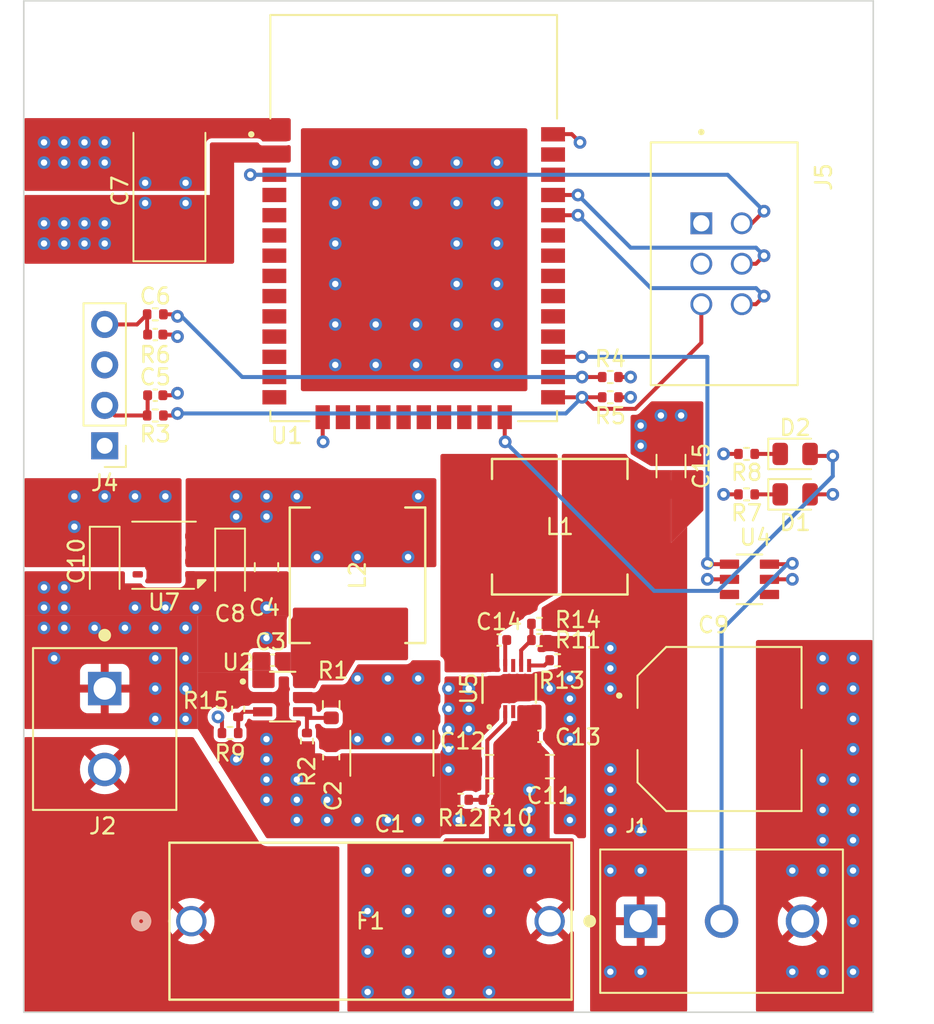
<source format=kicad_pcb>
(kicad_pcb (version 20240108) (generator "pcbnew") (generator_version "8.0")
  (layers (0 "F.Cu" signal) (1 "In1.Cu" signal) (2 "In2.Cu" signal) (31 "B.Cu" signal) (34 "B.Paste" user) (35 "F.Paste" user) (36 "B.SilkS" user "B.Silkscreen") (37 "F.SilkS" user "F.Silkscreen") (38 "B.Mask" user) (39 "F.Mask" user) (44 "Edge.Cuts" user))
  (net 0 "")
  (net 1 "GND")
  (net 2 "+36V")
  (net 3 "+5V")
  (net 4 "BUTT1")
  (net 5 "BUTT2")
  (net 6 "+3.3V")
  (net 7 "+24V")
  (net 8 "Net-(C14-Pad2)")
  (net 9 "Net-(U5-BOOT)")
  (net 10 "Net-(D1-K)")
  (net 11 "ESP_IO2")
  (net 12 "Net-(D2-K)")
  (net 13 "/BATT_IN")
  (net 14 "LED_DATA")
  (net 15 "ESP_IO0")
  (net 16 "ESP_TXD")
  (net 17 "ESP_EN")
  (net 18 "ESP_RXD")
  (net 19 "Net-(U2-EN)")
  (net 20 "ESP_IO4")
  (net 21 "Net-(U5-EN)")
  (net 22 "Net-(U5-FB)")
  (net 23 "Net-(U5-RT{slash}SYNC)")
  (net 28 "ESP_IO16")
  (net 50 "Net-(U2-CB)")
  (net 51 "Net-(U2-SW)")
  (net 52 "Net-(U2-FB)")
  (footprint "LED_SMD:LED_0805_2012Metric" (layer "F.Cu") (at 101.7755 74.168)
    (property "Reference" "D1")
    (property "Value" "RED")
  )
  (footprint "Resistor_SMD:R_0402_1005Metric" (layer "F.Cu") (at 85.725 82.296 180)
    (property "Reference" "R14")
    (property "Value" "232k")
  )
  (footprint "Capacitor_SMD:C_0402_1005Metric" (layer "F.Cu") (at 61.595 67.945)
    (property "Reference" "C5")
    (property "Value" "0.1uF")
  )
  (footprint "footprints2:WSON12_DRR_TEX" (layer "F.Cu") (at 83.82 86.36 90)
    (property "Reference" "U5")
    (property "Value" "LMR38025SQDRRRQ1")
  )
  (footprint "KiCad stuff:TE_1761681-1" (layer "F.Cu") (at 95.885 57.15 -90)
    (property "Reference" "J5")
    (property "Value" "Conn_02x03_Counter_Clockwise")
  )
  (footprint "Resistor_SMD:R_0402_1005Metric" (layer "F.Cu") (at 85.725 83.312)
    (property "Reference" "R11")
    (property "Value" "10k")
  )
  (footprint "LED_SMD:LED_0805_2012Metric" (layer "F.Cu") (at 101.7755 71.628)
    (property "Reference" "D2")
    (property "Value" "BLUE")
  )
  (footprint "KiCad stuff:SOT95P280X145-6N" (layer "F.Cu") (at 98.9076 79.502)
    (property "Reference" "U4")
    (property "Value" "74LVC2G17")
  )
  (footprint "Resistor_SMD:R_0603_1608Metric" (layer "F.Cu") (at 72.644 87.376 -90)
    (property "Reference" "R1")
    (property "Value" "4.02M")
  )
  (footprint "Resistor_SMD:R_0402_1005Metric" (layer "F.Cu") (at 86.868 84.582)
    (property "Reference" "R13")
    (property "Value" "11.5k")
  )
  (footprint "Capacitor_SMD:C_0805_2012Metric" (layer "F.Cu") (at 86.379685 91.2622)
    (property "Reference" "C11")
    (property "Value" "2.2uF")
  )
  (footprint "Resistor_SMD:R_0402_1005Metric" (layer "F.Cu") (at 82.675 93.345 180)
    (property "Reference" "R10")
    (property "Value" "2.1M")
  )
  (footprint "Connector_PinHeader_2.54mm:PinHeader_1x04_P2.54mm_Vertical" (layer "F.Cu") (at 58.42 71.12 180)
    (property "Reference" "J4")
    (property "Value" "Conn_01x04_Pin")
  )
  (footprint "Capacitor_SMD:C_0402_1005Metric" (layer "F.Cu") (at 68.961 84.582)
    (property "Reference" "C3")
    (property "Value" "0.1uF")
  )
  (footprint "KiCad stuff:SOT95P280X145-6N" (layer "F.Cu") (at 69.596 86.868)
    (property "Reference" "U2")
    (property "Value" "LMR51610XDBVR")
  )
  (footprint "Resistor_SMD:R_0402_1005Metric" (layer "F.Cu") (at 61.595 69.215 180)
    (property "Reference" "R3")
    (property "Value" "470")
  )
  (footprint "Resistor_SMD:R_0402_1005Metric" (layer "F.Cu") (at 66.294 89.154)
    (property "Reference" "R9")
    (property "Value" "100k")
  )
  (footprint "KiCad stuff:TE_282841-3" (layer "F.Cu") (at 97.155 100.965)
    (property "Reference" "J1")
    (property "Value" "Screw_Terminal_01x03")
  )
  (footprint "KiCad stuff:CAP_EEEFT1C102AP" (layer "F.Cu") (at 97.028 88.9)
    (property "Reference" "C9")
    (property "Value" "1000uF")
  )
  (footprint "Resistor_SMD:R_0402_1005Metric" (layer "F.Cu") (at 71.12 89.662 -90)
    (property "Reference" "R2")
    (property "Value" "200k")
  )
  (footprint "Resistor_SMD:R_0402_1005Metric" (layer "F.Cu") (at 61.595 62.865 180)
    (property "Reference" "R6")
    (property "Value" "470")
  )
  (footprint "KiCad stuff:XCVR_ESP32-WROOM-32E__16MB_" (layer "F.Cu") (at 77.824 56.822)
    (property "Reference" "U1")
    (property "Value" "ESP32-WROOM-32E__16MB_")
  )
  (footprint "Resistor_SMD:R_0402_1005Metric" (layer "F.Cu") (at 66.802 87.63 90)
    (property "Reference" "R15")
    (property "Value" "19.1k")
  )
  (footprint "KiCad stuff:IND_IHLP-3232DZ_VIS" (layer "F.Cu") (at 74.295 79.248 90)
    (property "Reference" "L2")
    (property "Value" "33uH")
  )
  (footprint "KiCad stuff:FUSE_65600001009_LTF" (layer "F.Cu") (at 63.86 100.965)
    (property "Reference" "F1")
    (property "Value" "1.25A")
  )
  (footprint "Capacitor_SMD:C_0805_2012Metric" (layer "F.Cu") (at 68.58 78.74 90)
    (property "Reference" "C4")
    (property "Value" "22uF")
  )
  (footprint "Capacitor_SMD:C_1206_3216Metric" (layer "F.Cu") (at 93.98 72.39 90)
    (property "Reference" "C15")
    (property "Value" "4.7uF")
  )
  (footprint "Package_SON:WSON-8-1EP_4x4mm_P0.8mm_EP2.2x3mm" (layer "F.Cu") (at 62.145 77.99 180)
    (property "Reference" "U7")
    (property "Value" "LM1117LD-3.3")
  )
  (footprint "Resistor_SMD:R_0402_1005Metric" (layer "F.Cu") (at 90.17 68.072 180)
    (property "Reference" "R5")
    (property "Value" "10K")
  )
  (footprint "Capacitor_SMD:C_0603_1608Metric" (layer "F.Cu") (at 72.644 90.678 -90)
    (property "Reference" "C2")
    (property "Value" "0.1uF")
  )
  (footprint "Capacitor_SMD:C_0402_1005Metric" (layer "F.Cu") (at 83.185 83.312 180)
    (property "Reference" "C14")
    (property "Value" "0.1uF")
  )
  (footprint "KiCad stuff:TE_282841-2" (layer "F.Cu") (at 58.42 88.9 -90)
    (property "Reference" "J2")
    (property "Value" "Screw_Terminal_01x02")
  )
  (footprint "Capacitor_SMD:C_0805_2012Metric" (layer "F.Cu") (at 82.569685 91.2622 180)
    (property "Reference" "C12")
    (property "Value" "2.2uF")
  )
  (footprint "Capacitor_Tantalum_SMD:CP_EIA-7343-31_Kemet-D" (layer "F.Cu") (at 62.484 55.118 90)
    (property "Reference" "C7")
    (property "Value" "100uF")
  )
  (footprint "KiCad stuff:IND_IHLP-3232DZ_VIS" (layer "F.Cu") (at 86.995 76.2)
    (property "Reference" "L1")
    (property "Value" "10uH")
  )
  (footprint "Capacitor_SMD:C_0402_1005Metric" (layer "F.Cu") (at 85.744685 89.3572)
    (property "Reference" "C13")
    (property "Value" "0.1uF")
  )
  (footprint "Resistor_SMD:R_0402_1005Metric" (layer "F.Cu") (at 80.77 93.345 180)
    (property "Reference" "R12")
    (property "Value" "100k")
  )
  (footprint "Resistor_SMD:R_0402_1005Metric" (layer "F.Cu") (at 98.7255 74.168 180)
    (property "Reference" "R7")
    (property "Value" "1K")
  )
  (footprint "Capacitor_SMD:C_0402_1005Metric" (layer "F.Cu") (at 61.595 64.135)
    (property "Reference" "C6")
    (property "Value" "0.1uF")
  )
  (footprint "Capacitor_Tantalum_SMD:CP_EIA-3216-18_Kemet-A" (layer "F.Cu") (at 66.294 78.625 -90)
    (property "Reference" "C8")
    (property "Value" "10uF")
  )
  (footprint "Capacitor_SMD:C_2220_5750Metric" (layer "F.Cu") (at 76.454 90.424 -90)
    (property "Reference" "C1")
    (property "Value" "4.7uF")
  )
  (footprint "Capacitor_Tantalum_SMD:CP_EIA-3216-18_Kemet-A" (layer "F.Cu") (at 58.42 78.51 -90)
    (property "Reference" "C10")
    (property "Value" "10uF")
  )
  (footprint "Resistor_SMD:R_0402_1005Metric" (layer "F.Cu") (at 90.17 66.802 180)
    (property "Reference" "R4")
    (property "Value" "10K")
  )
  (footprint "Resistor_SMD:R_0402_1005Metric" (layer "F.Cu") (at 98.7255 71.628 180)
    (property "Reference" "R8")
    (property "Value" "470")
  )
  (gr_rect (start 53.34 43.18) (end 106.68 106.68) (stroke (width 0.1)) (fill none) (layer "Edge.Cuts"))
  (segment (start 86.57 51.55) (end 87.745 51.55) (width 0.25) (layer "F.Cu") (net 1))
  (segment (start 62.865 67.945) (end 62.992 67.818) (width 0.25) (layer "F.Cu") (net 1))
  (segment (start 62.075 67.945) (end 62.865 67.945) (width 0.25) (layer "F.Cu") (net 1))
  (segment (start 72.109 70.839) (end 72.136 70.866) (width 0.25) (layer "F.Cu") (net 1))
  (segment (start 97.79 79.502) (end 96.266 79.502) (width 0.25) (layer "F.Cu") (net 1))
  (segment (start 62.075 64.135) (end 62.865 64.135) (width 0.25) (layer "F.Cu") (net 1))
  (segment (start 98.2155 71.628) (end 97.282 71.628) (width 0.25) (layer "F.Cu") (net 1))
  (segment (start 98.2155 74.168) (end 97.282 74.168) (width 0.25) (layer "F.Cu") (net 1))
  (segment (start 62.865 64.135) (end 62.992 64.262) (width 0.25) (layer "F.Cu") (net 1))
  (segment (start 72.109 69.346) (end 72.109 70.839) (width 0.25) (layer "F.Cu") (net 1))
  (segment (start 87.745 51.55) (end 88.265 52.07) (width 0.25) (layer "F.Cu") (net 1))
  (via (at 76.2 94.615) (size 0.8) (drill 0.4) (layers "F.Cu" "B.Cu") (net 1))
  (via (at 68.58 93.345) (size 0.8) (drill 0.4) (layers "F.Cu" "B.Cu") (net 1))
  (via (at 105.41 84.455) (size 0.8) (drill 0.4) (layers "F.Cu" "B.Cu") (net 1))
  (via (at 105.41 86.36) (size 0.8) (drill 0.4) (layers "F.Cu" "B.Cu") (net 1))
  (via (at 61.595 86.36) (size 0.8) (drill 0.4) (layers "F.Cu" "B.Cu") (net 1))
  (via (at 72.898 63.5) (size 0.8) (drill 0.4) (layers "F.Cu" "B.Cu") (net 1))
  (via (at 80.518 58.42) (size 0.8) (drill 0.4) (layers "F.Cu" "B.Cu") (net 1))
  (via (at 86.36 86.36) (size 0.8) (drill 0.4) (layers "F.Cu" "B.Cu") (net 1))
  (via (at 62.992 67.818) (size 0.8) (drill 0.4) (layers "F.Cu" "B.Cu") (net 1))
  (via (at 58.42 53.34) (size 0.8) (drill 0.4) (layers "F.Cu" "B.Cu") (net 1))
  (via (at 80.01 90.17) (size 0.8) (drill 0.4) (layers "F.Cu" "B.Cu") (net 1))
  (via (at 105.41 100.965) (size 0.8) (drill 0.4) (layers "F.Cu" "B.Cu") (net 1))
  (via (at 80.01 91.44) (size 0.8) (drill 0.4) (layers "F.Cu" "B.Cu") (net 1))
  (via (at 72.898 55.88) (size 0.8) (drill 0.4) (layers "F.Cu" "B.Cu") (net 1))
  (via (at 83.058 63.5) (size 0.8) (drill 0.4) (layers "F.Cu" "B.Cu") (net 1))
  (via (at 68.58 89.535) (size 0.8) (drill 0.4) (layers "F.Cu" "B.Cu") (net 1))
  (via (at 61.595 88.265) (size 0.8) (drill 0.4) (layers "F.Cu" "B.Cu") (net 1))
  (via (at 80.518 55.88) (size 0.8) (drill 0.4) (layers "F.Cu" "B.Cu") (net 1))
  (via (at 103.505 92.075) (size 0.8) (drill 0.4) (layers "F.Cu" "B.Cu") (net 1))
  (via (at 72.136 70.866) (size 0.8) (drill 0.4) (layers "F.Cu" "B.Cu") (net 1))
  (via (at 57.15 53.34) (size 0.8) (drill 0.4) (layers "F.Cu" "B.Cu") (net 1))
  (via (at 55.88 52.07) (size 0.8) (drill 0.4) (layers "F.Cu" "B.Cu") (net 1))
  (via (at 92.075 71.12) (size 0.8) (drill 0.4) (layers "F.Cu" "B.Cu") (net 1))
  (via (at 72.39 94.615) (size 0.8) (drill 0.4) (layers "F.Cu" "B.Cu") (net 1))
  (via (at 77.978 55.88) (size 0.8) (drill 0.4) (layers "F.Cu" "B.Cu") (net 1))
  (via (at 105.41 90.17) (size 0.8) (drill 0.4) (layers "F.Cu" "B.Cu") (net 1))
  (via (at 60.325 81.28) (size 0.8) (drill 0.4) (layers "F.Cu" "B.Cu") (net 1))
  (via (at 88.265 52.07) (size 0.8) (drill 0.4) (layers "F.Cu" "B.Cu") (net 1))
  (via (at 55.88 81.28) (size 0.8) (drill 0.4) (layers "F.Cu" "B.Cu") (net 1))
  (via (at 92.075 69.85) (size 0.8) (drill 0.4) (layers "F.Cu" "B.Cu") (net 1))
  (via (at 80.01 87.63) (size 0.8) (drill 0.4) (layers "F.Cu" "B.Cu") (net 1))
  (via (at 80.01 86.36) (size 0.8) (drill 0.4) (layers "F.Cu" "B.Cu") (net 1))
  (via (at 55.88 53.34) (size 0.8) (drill 0.4) (layers "F.Cu" "B.Cu") (net 1))
  (via (at 54.61 53.34) (size 0.8) (drill 0.4) (layers "F.Cu" "B.Cu") (net 1))
  (via (at 63.5 84.455) (size 0.8) (drill 0.4) (layers "F.Cu" "B.Cu") (net 1))
  (via (at 63.5 86.36) (size 0.8) (drill 0.4) (layers "F.Cu" "B.Cu") (net 1))
  (via (at 74.295 94.615) (size 0.8) (drill 0.4) (layers "F.Cu" "B.Cu") (net 1))
  (via (at 68.58 90.805) (size 0.8) (drill 0.4) (layers "F.Cu" "B.Cu") (net 1))
  (via (at 83.058 66.04) (size 0.8) (drill 0.4) (layers "F.Cu" "B.Cu") (net 1))
  (via (at 80.518 53.34) (size 0.8) (drill 0.4) (layers "F.Cu" "B.Cu") (net 1))
  (via (at 105.41 88.265) (size 0.8) (drill 0.4) (layers "F.Cu" "B.Cu") (net 1))
  (via (at 55.245 84.455) (size 0.8) (drill 0.4) (layers "F.Cu" "B.Cu") (net 1))
  (via (at 72.898 60.96) (size 0.8) (drill 0.4) (layers "F.Cu" "B.Cu") (net 1))
  (via (at 93.345 69.215) (size 0.8) (drill 0.4) (layers "F.Cu" "B.Cu") (net 1))
  (via (at 54.61 80.01) (size 0.8) (drill 0.4) (layers "F.Cu" "B.Cu") (net 1))
  (via (at 87.63 85.725) (size 0.8) (drill 0.4) (layers "F.Cu" "B.Cu") (net 1))
  (via (at 72.898 58.42) (size 0.8) (drill 0.4) (layers "F.Cu" "B.Cu") (net 1))
  (via (at 55.88 80.01) (size 0.8) (drill 0.4) (layers "F.Cu" "B.Cu") (net 1))
  (via (at 87.63 93.345) (size 0.8) (drill 0.4) (layers "F.Cu" "B.Cu") (net 1))
  (via (at 105.41 104.14) (size 0.8) (drill 0.4) (layers "F.Cu" "B.Cu") (net 1))
  (via (at 62.992 64.262) (size 0.8) (drill 0.4) (layers "F.Cu" "B.Cu") (net 1))
  (via (at 54.61 81.28) (size 0.8) (drill 0.4) (layers "F.Cu" "B.Cu") (net 1))
  (via (at 75.438 55.88) (size 0.8) (drill 0.4) (layers "F.Cu" "B.Cu") (net 1))
  (via (at 103.505 84.455) (size 0.8) (drill 0.4) (layers "F.Cu" "B.Cu") (net 1))
  (via (at 58.42 52.07) (size 0.8) (drill 0.4) (layers "F.Cu" "B.Cu") (net 1))
  (via (at 68.58 81.28) (size 0.8) (drill 0.4) (layers "F.Cu" "B.Cu") (net 1))
  (via (at 61.595 82.55) (size 0.8) (drill 0.4) (layers "F.Cu" "B.Cu") (net 1))
  (via (at 83.058 55.88) (size 0.8) (drill 0.4) (layers "F.Cu" "B.Cu") (net 1))
  (via (at 72.898 66.04) (size 0.8) (drill 0.4) (layers "F.Cu" "B.Cu") (net 1))
  (via (at 57.785 82.55) (size 0.8) (drill 0.4) (layers "F.Cu" "B.Cu") (net 1))
  (via (at 75.438 63.5) (size 0.8) (drill 0.4) (layers "F.Cu" "B.Cu") (net 1))
  (via (at 62.23 81.28) (size 0.8) (drill 0.4) (layers "F.Cu" "B.Cu") (net 1))
  (via (at 81.28 86.36) (size 0.8) (drill 0.4) (layers "F.Cu" "B.Cu") (net 1))
  (via (at 80.645 94.615) (size 0.8) (drill 0.4) (layers "F.Cu" "B.Cu") (net 1))
  (via (at 103.505 86.36) (size 0.8) (drill 0.4) (layers "F.Cu" "B.Cu") (net 1))
  (via (at 87.63 86.995) (size 0.8) (drill 0.4) (layers "F.Cu" "B.Cu") (net 1))
  (via (at 103.505 93.98) (size 0.8) (drill 0.4) (layers "F.Cu" "B.Cu") (net 1))
  (via (at 80.518 60.96) (size 0.8) (drill 0.4) (layers "F.Cu" "B.Cu") (net 1))
  (via (at 63.5 54.61) (size 0.8) (drill 0.4) (layers "F.Cu" "B.Cu") (net 1))
  (via (at 83.058 60.96) (size 0.8) (drill 0.4) (layers "F.Cu" "B.Cu") (net 1))
  (via (at 64.135 81.28) (size 0.8) (drill 0.4) (layers "F.Cu" "B.Cu") (net 1))
  (via (at 105.41 92.075) (size 0.8) (drill 0.4) (layers "F.Cu" "B.Cu") (net 1))
  (via (at 55.88 82.55) (size 0.8) (drill 0.4) (layers "F.Cu" "B.Cu") (net 1))
  (via (at 78.105 94.615) (size 0.8) (drill 0.4) (layers "F.Cu" "B.Cu") (net 1))
  (via (at 70.485 92.075) (size 0.8) (drill 0.4) (layers "F.Cu" "B.Cu") (net 1))
  (via (at 105.41 95.885) (size 0.8) (drill 0.4) (layers "F.Cu" "B.Cu") (net 1))
  (via (at 87.63 88.265) (size 0.8) (drill 0.4) (layers "F.Cu" "B.Cu") (net 1))
  (via (at 59.69 82.55) (size 0.8) (drill 0.4) (layers "F.Cu" "B.Cu") (net 1))
  (via (at 77.978 53.34) (size 0.8) (drill 0.4) (layers "F.Cu" "B.Cu") (net 1))
  (via (at 77.978 66.04) (size 0.8) (drill 0.4) (layers "F.Cu" "B.Cu") (net 1))
  (via (at 94.615 69.215) (size 0.8) (drill 0.4) (layers "F.Cu" "B.Cu") (net 1))
  (via (at 81.28 87.63) (size 0.8) (drill 0.4) (layers "F.Cu" "B.Cu") (net 1))
  (via (at 105.41 93.98) (size 0.8) (drill 0.4) (layers "F.Cu" "B.Cu") (net 1))
  (via (at 105.41 97.79) (size 0.8) (drill 0.4) (layers "F.Cu" "B.Cu") (net 1))
  (via (at 66.675 90.805) (size 0.8) (drill 0.4) (layers "F.Cu" "B.Cu") (net 1))
  (via (at 72.39 93.345) (size 0.8) (drill 0.4) (layers "F.Cu" "B.Cu") (net 1))
  (via (at 101.6 104.14) (size 0.8) (drill 0.4) (layers "F.Cu" "B.Cu") (net 1))
  (via (at 57.15 52.07) (size 0.8) (drill 0.4) (layers "F.Cu" "B.Cu") (net 1))
  (via (at 72.898 53.34) (size 0.8) (drill 0.4) (layers "F.Cu" "B.Cu") (net 1))
  (via (at 60.96 54.61) (size 0.8) (drill 0.4) (layers "F.Cu" "B.Cu") (net 1))
  (via (at 75.438 66.04) (size 0.8) (drill 0.4) (layers "F.Cu" "B.Cu") (net 1))
  (via (at 80.518 66.04) (size 0.8) (drill 0.4) (layers "F.Cu" "B.Cu") (net 1))
  (via (at 54.61 52.07) (size 0.8) (drill 0.4) (layers "F.Cu" "B.Cu") (net 1))
  (via (at 101.6 97.79) (size 0.8) (drill 0.4) (layers "F.Cu" "B.Cu") (net 1))
  (via (at 103.505 97.79) (size 0.8) (drill 0.4) (layers "F.Cu" "B.Cu") (net 1))
  (via (at 70.485 93.345) (size 0.8) (drill 0.4) (layers "F.Cu" "B.Cu") (net 1))
  (via (at 103.505 104.14) (size 0.8) (drill 0.4) (layers "F.Cu" "B.Cu") (net 1))
  (via (at 97.282 71.628) (size 0.8) (drill 0.4) (layers "F.Cu" "B.Cu") (net 1))
  (via (at 83.058 53.34) (size 0.8) (drill 0.4) (layers "F.Cu" "B.Cu") (net 1))
  (via (at 68.58 92.075) (size 0.8) (drill 0.4) (layers "F.Cu" "B.Cu") (net 1))
  (via (at 80.518 63.5) (size 0.8) (drill 0.4) (layers "F.Cu" "B.Cu") (net 1))
  (via (at 103.505 95.885) (size 0.8) (drill 0.4) (layers "F.Cu" "B.Cu") (net 1))
  (via (at 61.595 84.455) (size 0.8) (drill 0.4) (layers "F.Cu" "B.Cu") (net 1))
  (via (at 54.61 82.55) (size 0.8) (drill 0.4) (layers "F.Cu" "B.Cu") (net 1))
  (via (at 80.01 88.9) (size 0.8) (drill 0.4) (layers "F.Cu" "B.Cu") (net 1))
  (via (at 87.63 94.615) (size 0.8) (drill 0.4) (layers "F.Cu" "B.Cu") (net 1))
  (via (at 97.282 74.168) (size 0.8) (drill 0.4) (layers "F.Cu" "B.Cu") (net 1))
  (via (at 77.978 63.5) (size 0.8) (drill 0.4) (layers "F.Cu" "B.Cu") (net 1))
  (via (at 87.63 89.535) (size 0.8) (drill 0.4) (layers "F.Cu" "B.Cu") (net 1))
  (via (at 75.438 53.34) (size 0.8) (drill 0.4) (layers "F.Cu" "B.Cu") (net 1))
  (via (at 63.5 88.265) (size 0.8) (drill 0.4) (layers "F.Cu" "B.Cu") (net 1))
  (via (at 96.266 79.502) (size 0.8) (drill 0.4) (layers "F.Cu" "B.Cu") (net 1))
  (via (at 81.28 88.9) (size 0.8) (drill 0.4) (layers "F.Cu" "B.Cu") (net 1))
  (via (at 83.058 58.42) (size 0.8) (drill 0.4) (layers "F.Cu" "B.Cu") (net 1))
  (via (at 70.485 94.615) (size 0.8) (drill 0.4) (layers "F.Cu" "B.Cu") (net 1))
  (via (at 68.58 83.185) (size 0.8) (drill 0.4) (layers "F.Cu" "B.Cu") (net 1))
  (via (at 63.5 82.55) (size 0.8) (drill 0.4) (layers "F.Cu" "B.Cu") (net 1))
  (via (at 78.105 89.535) (size 0.8) (drill 0.4) (layers "F.Cu" "B.Cu") (net 2))
  (via (at 80.01 105.41) (size 0.8) (drill 0.4) (layers "F.Cu" "B.Cu") (net 2))
  (via (at 82.55 100.33) (size 0.8) (drill 0.4) (layers "F.Cu" "B.Cu") (net 2))
  (via (at 74.93 102.87) (size 0.8) (drill 0.4) (layers "F.Cu" "B.Cu") (net 2))
  (via (at 74.295 85.725) (size 0.8) (drill 0.4) (layers "F.Cu" "B.Cu") (net 2))
  (via (at 82.55 102.87) (size 0.8) (drill 0.4) (layers "F.Cu" "B.Cu") (net 2))
  (via (at 74.93 100.33) (size 0.8) (drill 0.4) (layers "F.Cu" "B.Cu") (net 2))
  (via (at 76.2 85.725) (size 0.8) (drill 0.4) (layers "F.Cu" "B.Cu") (net 2))
  (via (at 74.93 97.79) (size 0.8) (drill 0.4) (layers "F.Cu" "B.Cu") (net 2))
  (via (at 77.47 100.33) (size 0.8) (drill 0.4) (layers "F.Cu" "B.Cu") (net 2))
  (via (at 82.55 97.79) (size 0.8) (drill 0.4) (layers "F.Cu" "B.Cu") (net 2))
  (via (at 80.01 97.79) (size 0.8) (drill 0.4) (layers "F.Cu" "B.Cu") (net 2))
  (via (at 85.09 93.98) (size 0.8) (drill 0.4) (layers "F.Cu" "B.Cu") (net 2))
  (via (at 80.01 100.33) (size 0.8) (drill 0.4) (layers "F.Cu" "B.Cu") (net 2))
  (via (at 78.105 85.725) (size 0.8) (drill 0.4) (layers "F.Cu" "B.Cu") (net 2))
  (via (at 83.82 95.25) (size 0.8) (drill 0.4) (layers "F.Cu" "B.Cu") (net 2))
  (via (at 77.47 102.87) (size 0.8) (drill 0.4) (layers "F.Cu" "B.Cu") (net 2))
  (via (at 85.09 95.25) (size 0.8) (drill 0.4) (layers "F.Cu" "B.Cu") (net 2))
  (via (at 74.93 105.41) (size 0.8) (drill 0.4) (layers "F.Cu" "B.Cu") (net 2))
  (via (at 74.295 89.535) (size 0.8) (drill 0.4) (layers "F.Cu" "B.Cu") (net 2))
  (via (at 85.09 97.79) (size 0.8) (drill 0.4) (layers "F.Cu" "B.Cu") (net 2))
  (via (at 82.55 105.41) (size 0.8) (drill 0.4) (layers "F.Cu" "B.Cu") (net 2))
  (via (at 76.2 89.535) (size 0.8) (drill 0.4) (layers "F.Cu" "B.Cu") (net 2))
  (via (at 80.01 102.87) (size 0.8) (drill 0.4) (layers "F.Cu" "B.Cu") (net 2))
  (via (at 85.09 92.71) (size 0.8) (drill 0.4) (layers "F.Cu" "B.Cu") (net 2))
  (via (at 77.47 97.79) (size 0.8) (drill 0.4) (layers "F.Cu" "B.Cu") (net 2))
  (via (at 77.47 105.41) (size 0.8) (drill 0.4) (layers "F.Cu" "B.Cu") (net 2))
  (segment (start 65.784 89.154) (end 65.784 88.39) (width 0.25) (layer "F.Cu") (net 3))
  (segment (start 100.0252 79.502) (end 101.6 79.502) (width 0.25) (layer "F.Cu") (net 3))
  (segment (start 65.784 88.39) (end 65.532 88.138) (width 0.25) (layer "F.Cu") (net 3))
  (segment (start 102.713 74.168) (end 104.14 74.168) (width 0.25) (layer "F.Cu") (net 3))
  (via (at 66.675 74.295) (size 0.8) (drill 0.4) (layers "F.Cu" "B.Cu") (net 3))
  (via (at 68.58 74.295) (size 0.8) (drill 0.4) (layers "F.Cu" "B.Cu") (net 3))
  (via (at 77.47 78.105) (size 0.8) (drill 0.4) (layers "F.Cu" "B.Cu") (net 3))
  (via (at 68.58 75.565) (size 0.8) (drill 0.4) (layers "F.Cu" "B.Cu") (net 3))
  (via (at 104.14 74.168) (size 0.8) (drill 0.4) (layers "F.Cu" "B.Cu") (net 3))
  (via (at 65.532 88.138) (size 0.8) (drill 0.4) (layers "F.Cu" "B.Cu") (net 3))
  (via (at 71.755 78.105) (size 0.8) (drill 0.4) (layers "F.Cu" "B.Cu") (net 3))
  (via (at 66.675 75.565) (size 0.8) (drill 0.4) (layers "F.Cu" "B.Cu") (net 3))
  (via (at 101.6 79.502) (size 0.8) (drill 0.4) (layers "F.Cu" "B.Cu") (net 3))
  (via (at 78.105 74.295) (size 0.8) (drill 0.4) (layers "F.Cu" "B.Cu") (net 3))
  (via (at 70.485 74.295) (size 0.8) (drill 0.4) (layers "F.Cu" "B.Cu") (net 3))
  (via (at 74.295 78.105) (size 0.8) (drill 0.4) (layers "F.Cu" "B.Cu") (net 3))
  (segment (start 61.115 67.945) (end 61.115 69.185) (width 0.25) (layer "F.Cu") (net 4))
  (segment (start 59.055 69.215) (end 58.42 68.58) (width 0.25) (layer "F.Cu") (net 4))
  (segment (start 61.115 69.185) (end 61.085 69.215) (width 0.25) (layer "F.Cu") (net 4))
  (segment (start 61.085 69.215) (end 59.055 69.215) (width 0.25) (layer "F.Cu") (net 4))
  (segment (start 60.45 63.5) (end 61.085 62.865) (width 0.25) (layer "F.Cu") (net 5))
  (segment (start 58.42 63.5) (end 60.45 63.5) (width 0.25) (layer "F.Cu") (net 5))
  (segment (start 61.085 62.865) (end 61.085 64.105) (width 0.25) (layer "F.Cu") (net 5))
  (segment (start 61.085 64.105) (end 61.115 64.135) (width 0.25) (layer "F.Cu") (net 5))
  (segment (start 90.68 66.802) (end 91.44 66.802) (width 0.25) (layer "F.Cu") (net 6))
  (segment (start 90.678 68.072) (end 91.44 68.072) (width 0.25) (layer "F.Cu") (net 6))
  (segment (start 90.68 68.072) (end 90.678 68.072) (width 0.25) (layer "F.Cu") (net 6))
  (via (at 56.515 76.2) (size 0.8) (drill 0.4) (layers "F.Cu" "B.Cu") (net 6))
  (via (at 63.5 55.88) (size 0.8) (drill 0.4) (layers "F.Cu" "B.Cu") (net 6))
  (via (at 62.23 74.295) (size 0.8) (drill 0.4) (layers "F.Cu" "B.Cu") (net 6))
  (via (at 55.88 58.42) (size 0.8) (drill 0.4) (layers "F.Cu" "B.Cu") (net 6))
  (via (at 58.42 58.42) (size 0.8) (drill 0.4) (layers "F.Cu" "B.Cu") (net 6))
  (via (at 60.96 55.88) (size 0.8) (drill 0.4) (layers "F.Cu" "B.Cu") (net 6))
  (via (at 91.44 66.802) (size 0.8) (drill 0.4) (layers "F.Cu" "B.Cu") (net 6))
  (via (at 56.515 74.295) (size 0.8) (drill 0.4) (layers "F.Cu" "B.Cu") (net 6))
  (via (at 58.42 57.15) (size 0.8) (drill 0.4) (layers "F.Cu" "B.Cu") (net 6))
  (via (at 60.325 74.295) (size 0.8) (drill 0.4) (layers "F.Cu" "B.Cu") (net 6))
  (via (at 91.44 68.072) (size 0.8) (drill 0.4) (layers "F.Cu" "B.Cu") (net 6))
  (via (at 54.61 57.15) (size 0.8) (drill 0.4) (layers "F.Cu" "B.Cu") (net 6))
  (via (at 54.61 58.42) (size 0.8) (drill 0.4) (layers "F.Cu" "B.Cu") (net 6))
  (via (at 55.88 57.15) (size 0.8) (drill 0.4) (layers "F.Cu" "B.Cu") (net 6))
  (via (at 57.15 57.15) (size 0.8) (drill 0.4) (layers "F.Cu" "B.Cu") (net 6))
  (via (at 57.15 58.42) (size 0.8) (drill 0.4) (layers "F.Cu" "B.Cu") (net 6))
  (via (at 58.42 74.295) (size 0.8) (drill 0.4) (layers "F.Cu" "B.Cu") (net 6))
  (via (at 92.075 104.14) (size 0.8) (drill 0.4) (layers "F.Cu" "B.Cu") (net 7))
  (via (at 90.17 97.79) (size 0.8) (drill 0.4) (layers "F.Cu" "B.Cu") (net 7))
  (via (at 90.17 83.82) (size 0.8) (drill 0.4) (layers "F.Cu" "B.Cu") (net 7))
  (via (at 90.17 91.44) (size 0.8) (drill 0.4) (layers "F.Cu" "B.Cu") (net 7))
  (via (at 92.075 95.25) (size 0.8) (drill 0.4) (layers "F.Cu" "B.Cu") (net 7))
  (via (at 90.17 95.25) (size 0.8) (drill 0.4) (layers "F.Cu" "B.Cu") (net 7))
  (via (at 90.17 104.14) (size 0.8) (drill 0.4) (layers "F.Cu" "B.Cu") (net 7))
  (via (at 92.075 97.79) (size 0.8) (drill 0.4) (layers "F.Cu" "B.Cu") (net 7))
  (via (at 90.17 93.98) (size 0.8) (drill 0.4) (layers "F.Cu" "B.Cu") (net 7))
  (via (at 90.17 86.36) (size 0.8) (drill 0.4) (layers "F.Cu" "B.Cu") (net 7))
  (via (at 90.17 85.09) (size 0.8) (drill 0.4) (layers "F.Cu" "B.Cu") (net 7))
  (via (at 90.17 92.71) (size 0.8) (drill 0.4) (layers "F.Cu" "B.Cu") (net 7))
  (segment (start 83.569937 83.407063) (end 83.665 83.312) (width 0.25) (layer "F.Cu") (net 9))
  (segment (start 83.569937 84.9122) (end 83.569937 83.407063) (width 0.25) (layer "F.Cu") (net 9))
  (segment (start 100.838 74.168) (end 99.2355 74.168) (width 0.25) (layer "F.Cu") (net 10))
  (segment (start 83.539 70.839) (end 83.566 70.866) (width 0.25) (layer "F.Cu") (net 11))
  (segment (start 83.539 69.346) (end 83.539 70.839) (width 0.25) (layer "F.Cu") (net 11))
  (segment (start 102.84 71.755) (end 102.713 71.628) (width 0.25) (layer "F.Cu") (net 11))
  (segment (start 104.14 71.755) (end 102.84 71.755) (width 0.25) (layer "F.Cu") (net 11))
  (via (at 104.14 71.755) (size 0.8) (drill 0.4) (layers "F.Cu" "B.Cu") (net 11))
  (via (at 83.566 70.866) (size 0.8) (drill 0.4) (layers "F.Cu" "B.Cu") (net 11))
  (segment (start 96.938 80.227) (end 104.14 73.025) (width 0.25) (layer "B.Cu") (net 11))
  (segment (start 83.566 70.866) (end 92.927 80.227) (width 0.25) (layer "B.Cu") (net 11))
  (segment (start 92.927 80.227) (end 96.938 80.227) (width 0.25) (layer "B.Cu") (net 11))
  (segment (start 104.14 73.025) (end 104.14 71.755) (width 0.25) (layer "B.Cu") (net 11))
  (segment (start 100.838 71.628) (end 99.2355 71.628) (width 0.25) (layer "F.Cu") (net 12))
  (segment (start 101.549998 78.551999) (end 101.6 78.501997) (width 0.25) (layer "F.Cu") (net 14))
  (segment (start 100.0252 78.551999) (end 101.549998 78.551999) (width 0.25) (layer "F.Cu") (net 14))
  (via (at 101.6 78.501997) (size 0.8) (drill 0.4) (layers "F.Cu" "B.Cu") (net 14))
  (segment (start 97.155 82.677) (end 97.155 100.965) (width 0.25) (layer "B.Cu") (net 14))
  (segment (start 101.6 78.501997) (end 101.330003 78.501997) (width 0.25) (layer "B.Cu") (net 14))
  (segment (start 101.330003 78.501997) (end 97.155 82.677) (width 0.25) (layer "B.Cu") (net 14))
  (segment (start 95.885 62.23) (end 95.885 64.652305) (width 0.25) (layer "F.Cu") (net 15))
  (segment (start 86.574 68.072) (end 88.392 68.072) (width 0.25) (layer "F.Cu") (net 15))
  (segment (start 91.740305 68.797) (end 89.117 68.797) (width 0.25) (layer "F.Cu") (net 15))
  (segment (start 62.865 69.215) (end 62.992 69.088) (width 0.25) (layer "F.Cu") (net 15))
  (segment (start 95.885 64.652305) (end 91.740305 68.797) (width 0.25) (layer "F.Cu") (net 15))
  (segment (start 88.392 68.072) (end 89.66 68.072) (width 0.25) (layer "F.Cu") (net 15))
  (segment (start 88.392 68.072) (end 89.117 68.797) (width 0.25) (layer "F.Cu") (net 15))
  (segment (start 62.105 69.215) (end 62.865 69.215) (width 0.25) (layer "F.Cu") (net 15))
  (via (at 88.392 68.072) (size 0.8) (drill 0.4) (layers "F.Cu" "B.Cu") (net 15))
  (via (at 62.992 69.088) (size 0.8) (drill 0.4) (layers "F.Cu" "B.Cu") (net 15))
  (segment (start 88.392 68.072) (end 87.376 69.088) (width 0.25) (layer "B.Cu") (net 15))
  (segment (start 62.992 69.088) (end 87.376 69.088) (width 0.25) (layer "B.Cu") (net 15))
  (segment (start 88.138 55.372) (end 86.574 55.372) (width 0.25) (layer "F.Cu") (net 16))
  (segment (start 98.425 59.69) (end 99.314 59.69) (width 0.25) (layer "F.Cu") (net 16))
  (segment (start 99.314 59.69) (end 99.822 59.182) (width 0.25) (layer "F.Cu") (net 16))
  (via (at 88.138 55.372) (size 0.8) (drill 0.4) (layers "F.Cu" "B.Cu") (net 16))
  (via (at 99.822 59.182) (size 0.8) (drill 0.4) (layers "F.Cu" "B.Cu") (net 16))
  (segment (start 99.32 58.68) (end 91.446 58.68) (width 0.25) (layer "B.Cu") (net 16))
  (segment (start 99.822 59.182) (end 99.32 58.68) (width 0.25) (layer "B.Cu") (net 16))
  (segment (start 91.446 58.68) (end 88.138 55.372) (width 0.25) (layer "B.Cu") (net 16))
  (segment (start 69.074 54.102) (end 67.564 54.102) (width 0.25) (layer "F.Cu") (net 17))
  (segment (start 99.06 57.15) (end 99.822 56.388) (width 0.25) (layer "F.Cu") (net 17))
  (segment (start 98.425 57.15) (end 99.06 57.15) (width 0.25) (layer "F.Cu") (net 17))
  (via (at 67.564 54.102) (size 0.8) (drill 0.4) (layers "F.Cu" "B.Cu") (net 17))
  (via (at 99.822 56.388) (size 0.8) (drill 0.4) (layers "F.Cu" "B.Cu") (net 17))
  (segment (start 97.536 54.102) (end 67.564 54.102) (width 0.25) (layer "B.Cu") (net 17))
  (segment (start 99.822 56.388) (end 97.536 54.102) (width 0.25) (layer "B.Cu") (net 17))
  (segment (start 98.425 62.23) (end 99.314 62.23) (width 0.25) (layer "F.Cu") (net 18))
  (segment (start 99.314 62.23) (end 99.822 61.722) (width 0.25) (layer "F.Cu") (net 18))
  (segment (start 88.138 56.642) (end 86.574 56.642) (width 0.25) (layer "F.Cu") (net 18))
  (via (at 88.138 56.642) (size 0.8) (drill 0.4) (layers "F.Cu" "B.Cu") (net 18))
  (via (at 99.822 61.722) (size 0.8) (drill 0.4) (layers "F.Cu" "B.Cu") (net 18))
  (segment (start 99.822 61.722) (end 99.32 61.22) (width 0.25) (layer "B.Cu") (net 18))
  (segment (start 99.32 61.22) (end 92.716 61.22) (width 0.25) (layer "B.Cu") (net 18))
  (segment (start 92.716 61.22) (end 88.138 56.642) (width 0.25) (layer "B.Cu") (net 18))
  (segment (start 71.234 88.201) (end 70.851 87.818) (width 0.25) (layer "F.Cu") (net 19))
  (segment (start 71.12 88.087) (end 70.851 87.818) (width 0.25) (layer "F.Cu") (net 19))
  (segment (start 71.12 89.152) (end 71.12 88.087) (width 0.25) (layer "F.Cu") (net 19))
  (segment (start 72.644 88.201) (end 71.234 88.201) (width 0.25) (layer "F.Cu") (net 19))
  (segment (start 62.105 62.865) (end 62.865 62.865) (width 0.25) (layer "F.Cu") (net 20))
  (segment (start 86.574 66.802) (end 88.392 66.802) (width 0.25) (layer "F.Cu") (net 20))
  (segment (start 62.865 62.865) (end 62.992 62.992) (width 0.25) (layer "F.Cu") (net 20))
  (segment (start 88.392 66.802) (end 89.66 66.802) (width 0.25) (layer "F.Cu") (net 20))
  (via (at 88.392 66.802) (size 0.8) (drill 0.4) (layers "F.Cu" "B.Cu") (net 20))
  (via (at 62.992 62.992) (size 0.8) (drill 0.4) (layers "F.Cu" "B.Cu") (net 20))
  (segment (start 63.246 62.992) (end 67.056 66.802) (width 0.25) (layer "B.Cu") (net 20))
  (segment (start 67.056 66.802) (end 88.392 66.802) (width 0.25) (layer "B.Cu") (net 20))
  (segment (start 62.992 62.992) (end 63.246 62.992) (width 0.25) (layer "B.Cu") (net 20))
  (segment (start 82.444685 93.065315) (end 82.165 93.345) (width 0.25) (layer "F.Cu") (net 21))
  (segment (start 83.569937 87.8078) (end 83.569937 88.491074) (width 0.25) (layer "F.Cu") (net 21))
  (segment (start 83.569937 88.491074) (end 82.444685 89.616326) (width 0.25) (layer "F.Cu") (net 21))
  (segment (start 81.28 93.345) (end 82.165 93.345) (width 0.25) (layer "F.Cu") (net 21))
  (segment (start 82.444685 89.616326) (end 82.444685 93.065315) (width 0.25) (layer "F.Cu") (net 21))
  (segment (start 85.215 83.312) (end 84.570189 83.956811) (width 0.25) (layer "F.Cu") (net 22))
  (segment (start 84.570189 83.956811) (end 84.570189 84.9122) (width 0.25) (layer "F.Cu") (net 22))
  (segment (start 85.215 82.296) (end 85.215 83.312) (width 0.25) (layer "F.Cu") (net 22))
  (segment (start 86.0278 84.9122) (end 86.358 84.582) (width 0.25) (layer "F.Cu") (net 23))
  (segment (start 85.070315 84.9122) (end 86.0278 84.9122) (width 0.25) (layer "F.Cu") (net 23))
  (segment (start 86.574 65.532) (end 88.392 65.532) (width 0.25) (layer "F.Cu") (net 28))
  (segment (start 96.316002 78.551999) (end 96.266 78.501997) (width 0.25) (layer "F.Cu") (net 28))
  (segment (start 97.79 78.551999) (end 96.316002 78.551999) (width 0.25) (layer "F.Cu") (net 28))
  (via (at 96.266 78.501997) (size 0.8) (drill 0.4) (layers "F.Cu" "B.Cu") (net 28))
  (via (at 88.392 65.532) (size 0.8) (drill 0.4) (layers "F.Cu" "B.Cu") (net 28))
  (segment (start 88.392 65.532) (end 96.266 65.532) (width 0.25) (layer "B.Cu") (net 28))
  (segment (start 96.266 65.532) (end 96.266 78.501997) (width 0.25) (layer "B.Cu") (net 28))
  (segment (start 66.804 88.142) (end 66.802 88.14) (width 0.25) (layer "F.Cu") (net 52))
  (segment (start 66.804 89.154) (end 66.804 88.142) (width 0.25) (layer "F.Cu") (net 52))
  (segment (start 67.124 87.818) (end 66.802 88.14) (width 0.25) (layer "F.Cu") (net 52))
  (segment (start 68.341 87.818) (end 67.124 87.818) (width 0.25) (layer "F.Cu") (net 52))
  (zone (net 2) (net_name "+36V") (layer "F.Cu") (priority 7) (connect_pads thru_hole_only (clearance 0.25)) (min_thickness 0.25) (fill yes (thermal_gap 0.5) (thermal_bridge_width 0.5))
    (polygon (pts (xy 79.502 90.424) (xy 71.628 90.424) (xy 71.628 87.376) (xy 70.104 87.376) (xy 70.104 86.36) (xy 71.628 86.36) (xy 71.882 85.852) (xy 73.406 85.852) (xy 74.168 84.582) (xy 79.502 84.582)))
  )
  (zone (net 7) (net_name "+24V") (layer "F.Cu") (priority 5) (connect_pads thru_hole_only (clearance 0.25)) (min_thickness 0.25) (fill yes (thermal_gap 0.5) (thermal_bridge_width 0.5))
    (polygon (pts (xy 87.122 71.628) (xy 87.122 80.518) (xy 85.852 81.28) (xy 85.852 82.804) (xy 88.9 82.804) (xy 88.9 106.68) (xy 94.996 106.68) (xy 94.996 72.39) (xy 92.71 72.39) (xy 91.44 71.628)))
  )
  (zone (net 51) (net_name "Net-(U2-SW)") (layer "F.Cu") (priority 24) (connect_pads thru_hole_only (clearance 0.25)) (min_thickness 0.25) (fill yes (thermal_gap 0.5) (thermal_bridge_width 0.5))
    (polygon (pts (xy 68.961 85.344) (xy 68.961 84.074) (xy 70.104 84.074) (xy 70.104 85.344)))
  )
  (zone (net 1) (net_name "GND") (layer "F.Cu") (priority 14) (connect_pads yes (clearance 0.25)) (min_thickness 0.25) (fill yes (thermal_gap 0.5) (thermal_bridge_width 0.5))
    (polygon (pts (xy 92.71 72.39) (xy 96.012 72.39) (xy 96.012 68.326) (xy 91.44 68.326) (xy 91.44 71.628)))
  )
  (zone (net 1) (net_name "GND") (layer "F.Cu") (priority 18) (connect_pads thru_hole_only (clearance 0.25)) (min_thickness 0.25) (fill yes (thermal_gap 0.5) (thermal_bridge_width 0.5))
    (polygon (pts (xy 53.34 81.788) (xy 53.34 88.9) (xy 64.262 88.9) (xy 64.262 81.788)))
  )
  (zone (net 3) (net_name "+5V") (layer "F.Cu") (priority 22) (connect_pads yes (clearance 0.25)) (min_thickness 0.25) (fill yes (thermal_gap 0.5) (thermal_bridge_width 0.5))
    (polygon (pts (xy 63.246 78.74) (xy 79.248 78.74) (xy 79.248 73.152) (xy 63.246 73.152)))
  )
  (zone (net 1) (net_name "GND") (layer "F.Cu") (priority 15) (connect_pads yes (clearance 0.25)) (min_thickness 0.25) (fill yes (thermal_gap 0.5) (thermal_bridge_width 0.5))
    (polygon (pts (xy 70.104 52.07) (xy 70.104 50.546) (xy 53.34 50.546) (xy 53.34 55.372) (xy 65.024 55.372) (xy 65.024 52.07)))
  )
  (zone (net 1) (net_name "GND") (layer "F.Cu") (priority 26) (connect_pads yes (clearance 0.25)) (min_thickness 0.25) (fill yes (thermal_gap 0.5) (thermal_bridge_width 0.5))
    (polygon (pts (xy 70.739 51.181) (xy 84.963 51.181) (xy 84.963 67.691) (xy 70.739 67.691)))
  )
  (zone (net 50) (net_name "Net-(U2-CB)") (layer "F.Cu") (priority 25) (connect_pads thru_hole_only (clearance 0.25)) (min_thickness 0.25) (fill yes (thermal_gap 0.5) (thermal_bridge_width 0.5))
    (polygon (pts (xy 68.834 85.217) (xy 68.834 84.074) (xy 67.691 84.074) (xy 67.691 85.217)))
  )
  (zone (net 7) (net_name "+24V") (layer "F.Cu") (priority 12) (connect_pads yes (clearance 0.25)) (min_thickness 0.25) (fill yes (thermal_gap 0.5) (thermal_bridge_width 0.5))
    (polygon (pts (xy 93.98 72.39) (xy 96.012 72.39) (xy 96.012 75.184) (xy 93.98 77.216)))
  )
  (zone (net 1) (net_name "GND") (layer "F.Cu") (connect_pads thru_hole_only (clearance 0.25)) (min_thickness 0.25) (fill yes (thermal_gap 0.5) (thermal_bridge_width 0.5))
    (polygon (pts (xy 64.262 85.344) (xy 64.262 81.788) (xy 69.977 81.788) (xy 70.104 84.074) (xy 67.691 84.074) (xy 67.691 85.344)))
  )
  (zone (net 2) (net_name "+36V") (layer "F.Cu") (priority 3) (connect_pads thru_hole_only (clearance 0.25)) (min_thickness 0.25) (fill yes (thermal_gap 0.5) (thermal_bridge_width 0.5))
    (polygon (pts (xy 73.66 106.68) (xy 87.884 106.68) (xy 87.884 95.758) (xy 86.36 95.758) (xy 86.36 90.424) (xy 85.852 89.916) (xy 85.852 87.376) (xy 84.328 87.376) (xy 84.328 88.392) (xy 83.312 88.392) (xy 82.55 90.678) (xy 82.55 95.758) (xy 73.66 95.758)))
  )
  (zone (net 6) (net_name "+3.3V") (layer "F.Cu") (priority 16) (connect_pads yes (clearance 0.25)) (min_thickness 0.25) (fill yes (thermal_gap 0.5) (thermal_bridge_width 0.5))
    (polygon (pts (xy 70.104 53.34) (xy 70.104 52.07) (xy 65.024 52.07) (xy 65.024 55.372) (xy 53.34 55.372) (xy 53.34 59.69) (xy 66.548 59.69) (xy 66.548 53.34)))
  )
  (zone (net 51) (net_name "Net-(U2-SW)") (layer "F.Cu") (priority 17) (connect_pads thru_hole_only (clearance 0.25)) (min_thickness 0.25) (fill yes (thermal_gap 0.5) (thermal_bridge_width 0.5))
    (polygon (pts (xy 70.104 86.36) (xy 71.628 86.36) (xy 71.882 85.852) (xy 73.406 85.852) (xy 74.168 84.582) (xy 77.47 84.582) (xy 77.47 81.28) (xy 70.104 81.28)))
  )
  (zone (net 1) (net_name "GND") (layer "F.Cu") (priority 19) (connect_pads thru_hole_only (clearance 0.25)) (min_thickness 0.25) (fill yes (thermal_gap 0.5) (thermal_bridge_width 0.5))
    (polygon (pts (xy 79.502 95.758) (xy 79.502 90.424) (xy 71.628 90.424) (xy 71.628 88.138) (xy 70.104 88.138) (xy 70.104 85.344) (xy 64.262 85.344) (xy 64.262 88.9) (xy 68.58 95.758)))
  )
  (zone (net 13) (net_name "/BATT_IN") (layer "F.Cu") (priority 1) (connect_pads thru_hole_only (clearance 0.5)) (min_thickness 0.25) (fill yes (thermal_gap 0.5) (thermal_bridge_width 0.5))
    (polygon (pts (xy 53.34 88.9) (xy 64.262 88.9) (xy 68.58 95.758) (xy 73.66 95.758) (xy 73.66 106.68) (xy 53.34 106.68)))
  )
  (zone (net 1) (net_name "GND") (layer "F.Cu") (priority 2) (connect_pads yes (clearance 0.25)) (min_thickness 0.25) (fill yes (thermal_gap 0.5) (thermal_bridge_width 0.5))
    (polygon (pts (xy 86.36 95.758) (xy 88.9 95.758) (xy 88.9 82.804) (xy 86.868 82.804) (xy 85.598 82.804) (xy 85.598 84.074) (xy 86.868 84.074) (xy 86.868 85.09) (xy 85.344 85.344) (xy 79.502 85.344) (xy 79.502 95.758) (xy 82.55 95.758) (xy 82.55 92.456) (xy 82.55 90.678) (xy 83.312 88.392) (xy 83.312 87.376) (xy 85.852 87.376) (xy 85.852 89.916) (xy 86.36 90.424)))
  )
  (zone (net 50) (net_name "Net-(U2-CB)") (layer "F.Cu") (priority 25) (connect_pads thru_hole_only (clearance 0.25)) (min_thickness 0.25) (fill yes (thermal_gap 0.5) (thermal_bridge_width 0.5))
    (polygon (pts (xy 69.088 86.36) (xy 69.088 85.217) (xy 67.691 85.217) (xy 67.691 86.36)))
  )
  (zone (net 1) (net_name "GND") (layer "F.Cu") (priority 21) (connect_pads yes (clearance 0.25)) (min_thickness 0.25) (fill yes (thermal_gap 0.5) (thermal_bridge_width 0.5))
    (polygon (pts (xy 53.34 78.74) (xy 59.69 78.74) (xy 59.69 79.756) (xy 63.246 79.756) (xy 63.246 78.74) (xy 69.977 78.74) (xy 69.977 81.788) (xy 53.34 81.788)))
  )
  (zone (net 1) (net_name "GND") (layer "F.Cu") (priority 13) (connect_pads thru_hole_only (clearance 0.25)) (min_thickness 0.25) (fill yes (thermal_gap 0.5) (thermal_bridge_width 0.5))
    (polygon (pts (xy 106.68 106.68) (xy 99.314 106.68) (xy 99.314 83.312) (xy 106.68 83.312)))
  )
  (zone (net 6) (net_name "+3.3V") (layer "F.Cu") (priority 23) (connect_pads yes (clearance 0.25)) (min_thickness 0.25) (fill yes (thermal_gap 0.5) (thermal_bridge_width 0.5))
    (polygon (pts (xy 63.246 79.756) (xy 63.246 73.152) (xy 53.34 73.152) (xy 53.34 78.74) (xy 60.96 78.74) (xy 60.96 79.756)))
  )
  (zone (net 8) (net_name "Net-(C14-Pad2)") (layer "F.Cu") (priority 4) (connect_pads yes (clearance 0.25)) (min_thickness 0.25) (fill yes (thermal_gap 0.5) (thermal_bridge_width 0.5))
    (polygon (pts (xy 83.312 85.344) (xy 79.502 85.344) (xy 79.502 71.628) (xy 87.122 71.628) (xy 87.122 80.518) (xy 83.312 82.804)))
  )
)
</source>
